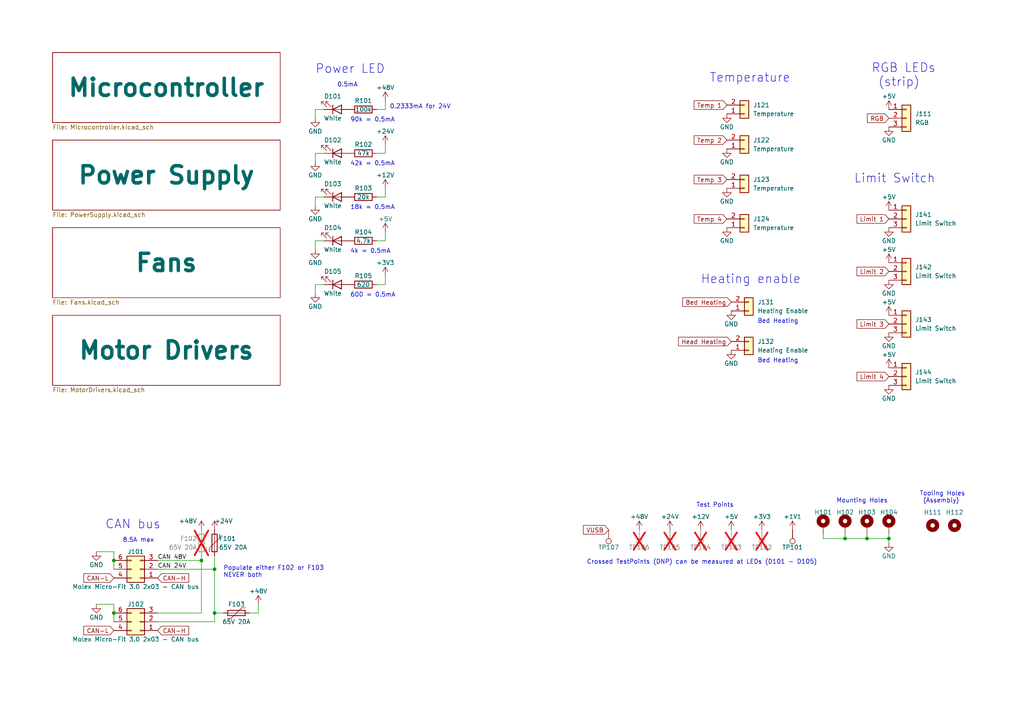
<source format=kicad_sch>
(kicad_sch (version 20230121) (generator eeschema)
  (paper "A4")
  (title_block (title "CAN 3D Printer (4 Motor)") (rev "1") (company "Abit Gray"))
  (lib_symbols
    (symbol "Connector:TestPoint" (pin_numbers hide) (pin_names (offset 0.762) hide)
      (property "Reference" "TP" (at 0 6.858 0))
      (property "Value" "TestPoint" (at 0 5.08 0))
      (symbol "TestPoint_0_1"
        (circle (center 0 3.302) (radius 0.762))
      )
      (symbol "TestPoint_1_1"
        (pin passive line (at 0 0 90) (length 2.54) (name "1") (number "1"))
      )
    )
    (symbol "Connector_Generic:Conn_01x02" (pin_names (offset 1.016) hide)
      (property "Reference" "J" (at 0 2.54 0))
      (property "Value" "Conn_01x02" (at 0 -5.08 0))
      (symbol "Conn_01x02_1_1"
        (rectangle (start -1.27 -2.413) (end 0 -2.667) (stroke (width 0.1524)))
        (rectangle (start -1.27 0.127) (end 0 -0.127) (stroke (width 0.1524)))
        (rectangle (start -1.27 1.27) (end 1.27 -3.81) (stroke (width 0.254)) (fill (type background)))
        (pin passive line (at -5.08 0 0) (length 3.81) (name "Pin_1") (number "1"))
        (pin passive line (at -5.08 -2.54 0) (length 3.81) (name "Pin_2") (number "2"))
      )
    )
    (symbol "Connector_Generic:Conn_01x03" (pin_names (offset 1.016) hide)
      (property "Reference" "J" (at 0 5.08 0))
      (property "Value" "Conn_01x03" (at 0 -5.08 0))
      (symbol "Conn_01x03_1_1"
        (rectangle (start -1.27 -2.413) (end 0 -2.667) (stroke (width 0.1524)))
        (rectangle (start -1.27 0.127) (end 0 -0.127) (stroke (width 0.1524)))
        (rectangle (start -1.27 2.667) (end 0 2.413) (stroke (width 0.1524)))
        (rectangle (start -1.27 3.81) (end 1.27 -3.81) (stroke (width 0.254)) (fill (type background)))
        (pin passive line (at -5.08 2.54 0) (length 3.81) (name "Pin_1") (number "1"))
        (pin passive line (at -5.08 0 0) (length 3.81) (name "Pin_2") (number "2"))
        (pin passive line (at -5.08 -2.54 0) (length 3.81) (name "Pin_3") (number "3"))
      )
    )
    (symbol "Connector_Generic:Conn_02x03_Top_Bottom" (pin_names (offset 1.016) hide)
      (property "Reference" "J" (at 1.27 5.08 0))
      (property "Value" "Conn_02x03_Top_Bottom" (at 1.27 -5.08 0))
      (symbol "Conn_02x03_Top_Bottom_1_1"
        (rectangle (start -1.27 -2.413) (end 0 -2.667) (stroke (width 0.1524)))
        (rectangle (start -1.27 0.127) (end 0 -0.127) (stroke (width 0.1524)))
        (rectangle (start -1.27 2.667) (end 0 2.413) (stroke (width 0.1524)))
        (rectangle (start -1.27 3.81) (end 3.81 -3.81) (stroke (width 0.254)) (fill (type background)))
        (rectangle (start 3.81 -2.413) (end 2.54 -2.667) (stroke (width 0.1524)))
        (rectangle (start 3.81 0.127) (end 2.54 -0.127) (stroke (width 0.1524)))
        (rectangle (start 3.81 2.667) (end 2.54 2.413) (stroke (width 0.1524)))
        (pin passive line (at -5.08 2.54 0) (length 3.81) (name "Pin_1") (number "1"))
        (pin passive line (at -5.08 0 0) (length 3.81) (name "Pin_2") (number "2"))
        (pin passive line (at -5.08 -2.54 0) (length 3.81) (name "Pin_3") (number "3"))
        (pin passive line (at 7.62 2.54 180) (length 3.81) (name "Pin_4") (number "4"))
        (pin passive line (at 7.62 0 180) (length 3.81) (name "Pin_5") (number "5"))
        (pin passive line (at 7.62 -2.54 180) (length 3.81) (name "Pin_6") (number "6"))
      )
    )
    (symbol "Device:LED" (pin_numbers hide) (pin_names (offset 1.016) hide)
      (property "Reference" "D" (at 0 2.54 0))
      (property "Value" "LED" (at 0 -2.54 0))
      (symbol "LED_0_1"
        (polyline (pts (xy -1.27 -1.27) (xy -1.27 1.27)) (stroke (width 0.254)))
        (polyline (pts (xy -1.27 0) (xy 1.27 0)))
        (polyline (pts (xy 1.27 -1.27) (xy 1.27 1.27) (xy -1.27 0) (xy 1.27 -1.27)) (stroke (width 0.254)))
        (polyline (pts (xy -3.048 -0.762) (xy -4.572 -2.286) (xy -3.81 -2.286) (xy -4.572 -2.286) (xy -4.572 -1.524)))
        (polyline (pts (xy -1.778 -0.762) (xy -3.302 -2.286) (xy -2.54 -2.286) (xy -3.302 -2.286) (xy -3.302 -1.524)))
      )
      (symbol "LED_1_1"
        (pin passive line (at -3.81 0 0) (length 2.54) (name "K") (number "1"))
        (pin passive line (at 3.81 0 180) (length 2.54) (name "A") (number "2"))
      )
    )
    (symbol "Device:Polyfuse" (pin_numbers hide) (pin_names (offset 0))
      (property "Reference" "F" (at -2.54 0 90))
      (property "Value" "Polyfuse" (at 2.54 0 90))
      (symbol "Polyfuse_0_1"
        (rectangle (start -0.762 2.54) (end 0.762 -2.54) (stroke (width 0.254)))
        (polyline (pts (xy 0 2.54) (xy 0 -2.54)))
        (polyline (pts (xy -1.524 2.54) (xy -1.524 1.524) (xy 1.524 -1.524) (xy 1.524 -2.54)))
      )
      (symbol "Polyfuse_1_1"
        (pin passive line (at 0 3.81 270) (length 1.27) (name "~") (number "1"))
        (pin passive line (at 0 -3.81 90) (length 1.27) (name "~") (number "2"))
      )
    )
    (symbol "Device:R" (pin_numbers hide) (pin_names (offset 0))
      (property "Reference" "R" (at 2.032 0 90))
      (property "Value" "R" (at 0 0 90))
      (symbol "R_0_1"
        (rectangle (start -1.016 -2.54) (end 1.016 2.54) (stroke (width 0.254)))
      )
      (symbol "R_1_1"
        (pin passive line (at 0 3.81 270) (length 1.27) (name "~") (number "1"))
        (pin passive line (at 0 -3.81 90) (length 1.27) (name "~") (number "2"))
      )
    )
    (symbol "Mechanical:MountingHole" (pin_names (offset 1.016))
      (property "Reference" "H" (at 0 5.08 0))
      (property "Value" "MountingHole" (at 0 3.175 0))
      (symbol "MountingHole_0_1"
        (circle (center 0 0) (radius 1.27) (stroke (width 1.27)))
      )
    )
    (symbol "Mechanical:MountingHole_Pad" (pin_numbers hide) (pin_names (offset 1.016) hide)
      (property "Reference" "H" (at 0 6.35 0))
      (property "Value" "MountingHole_Pad" (at 0 4.445 0))
      (symbol "MountingHole_Pad_0_1"
        (circle (center 0 1.27) (radius 1.27) (stroke (width 1.27)))
      )
      (symbol "MountingHole_Pad_1_1"
        (pin input line (at 0 -2.54 90) (length 2.54) (name "1") (number "1"))
      )
    )
    (symbol "power:+12V" (power) (pin_names (offset 0))
      (property "Value" "+12V" (at 0 3.556 0))
      (symbol "+12V_0_1"
        (polyline (pts (xy -0.762 1.27) (xy 0 2.54)))
        (polyline (pts (xy 0 0) (xy 0 2.54)))
        (polyline (pts (xy 0 2.54) (xy 0.762 1.27)))
      )
      (symbol "+12V_1_1"
        (pin power_in line (at 0 0 90) (length 0) hide (name "+12V") (number "1"))
      )
    )
    (symbol "power:+1V1" (power) (pin_names (offset 0))
      (property "Value" "+1V1" (at 0 3.556 0))
      (symbol "+1V1_0_1"
        (polyline (pts (xy -0.762 1.27) (xy 0 2.54)))
        (polyline (pts (xy 0 0) (xy 0 2.54)))
        (polyline (pts (xy 0 2.54) (xy 0.762 1.27)))
      )
      (symbol "+1V1_1_1"
        (pin power_in line (at 0 0 90) (length 0) hide (name "+1V1") (number "1"))
      )
    )
    (symbol "power:+24V" (power) (pin_names (offset 0))
      (property "Value" "+24V" (at 0 3.556 0))
      (symbol "+24V_0_1"
        (polyline (pts (xy -0.762 1.27) (xy 0 2.54)))
        (polyline (pts (xy 0 0) (xy 0 2.54)))
        (polyline (pts (xy 0 2.54) (xy 0.762 1.27)))
      )
      (symbol "+24V_1_1"
        (pin power_in line (at 0 0 90) (length 0) hide (name "+24V") (number "1"))
      )
    )
    (symbol "power:+3.3V" (power) (pin_numbers hide) (pin_names (offset 0) hide)
      (property "Value" "+3.3V" (at 0 3.556 0))
      (symbol "+3.3V_0_1"
        (polyline (pts (xy -0.762 1.27) (xy 0 2.54)))
        (polyline (pts (xy 0 0) (xy 0 2.54)))
        (polyline (pts (xy 0 2.54) (xy 0.762 1.27)))
      )
      (symbol "+3.3V_1_1"
        (pin power_in line (at 0 0 90) (length 0) hide (name "+3V3") (number "1"))
      )
    )
    (symbol "power:+3V3" (power) (pin_names (offset 0))
      (property "Value" "+3V3" (at 0 3.556 0))
      (symbol "+3V3_0_1"
        (polyline (pts (xy -0.762 1.27) (xy 0 2.54)))
        (polyline (pts (xy 0 0) (xy 0 2.54)))
        (polyline (pts (xy 0 2.54) (xy 0.762 1.27)))
      )
      (symbol "+3V3_1_1"
        (pin power_in line (at 0 0 90) (length 0) hide (name "+3V3") (number "1"))
      )
    )
    (symbol "power:+48V" (power) (pin_names (offset 0))
      (property "Value" "+48V" (at 0 3.556 0))
      (symbol "+48V_0_1"
        (polyline (pts (xy -0.762 1.27) (xy 0 2.54)))
        (polyline (pts (xy 0 0) (xy 0 2.54)))
        (polyline (pts (xy 0 2.54) (xy 0.762 1.27)))
      )
      (symbol "+48V_1_1"
        (pin power_in line (at 0 0 90) (length 0) hide (name "+48V") (number "1"))
      )
    )
    (symbol "power:+5V" (power) (pin_names (offset 0))
      (property "Value" "+5V" (at 0 3.556 0))
      (symbol "+5V_0_1"
        (polyline (pts (xy -0.762 1.27) (xy 0 2.54)))
        (polyline (pts (xy 0 0) (xy 0 2.54)))
        (polyline (pts (xy 0 2.54) (xy 0.762 1.27)))
      )
      (symbol "+5V_1_1"
        (pin power_in line (at 0 0 90) (length 0) hide (name "+5V") (number "1"))
      )
    )
    (symbol "power:GND" (power) (pin_numbers hide) (pin_names (offset 0) hide)
      (property "Value" "GND" (at 0 -3.81 0))
      (symbol "GND_0_1"
        (polyline (pts (xy 0 0) (xy 0 -1.27) (xy 1.27 -1.27) (xy 0 -2.54) (xy -1.27 -1.27) (xy 0 -1.27)))
      )
      (symbol "GND_1_1"
        (pin power_in line (at 0 0 270) (length 0) hide (name "GND") (number "1"))
      )
    )
  )
  (junction (at 62.23 165.1))
  (junction (at 33.02 162.56))
  (junction (at 33.02 177.8))
  (junction (at 245.11 156.21))
  (junction (at 58.42 162.56))
  (junction (at 257.81 156.21))
  (junction (at 62.23 177.8))
  (junction (at 251.46 156.21))
  (wire (pts (xy 91.44 31.75) (xy 91.44 34.29)))
  (wire (pts (xy 111.76 80.01) (xy 111.76 82.55)))
  (wire (pts (xy 93.98 57.15) (xy 91.44 57.15)))
  (wire (pts (xy 62.23 177.8) (xy 62.23 180.34)))
  (wire (pts (xy 93.98 69.85) (xy 91.44 69.85)))
  (wire (pts (xy 111.76 54.61) (xy 111.76 57.15)))
  (wire (pts (xy 245.11 156.21) (xy 251.46 156.21)))
  (wire (pts (xy 33.02 160.02) (xy 27.94 160.02)))
  (wire (pts (xy 33.02 177.8) (xy 33.02 180.34)))
  (wire (pts (xy 58.42 162.56) (xy 58.42 177.8)))
  (wire (pts (xy 33.02 175.26) (xy 27.94 175.26)))
  (wire (pts (xy 74.93 175.26) (xy 74.93 177.8)))
  (wire (pts (xy 111.76 44.45) (xy 109.22 44.45)))
  (wire (pts (xy 93.98 82.55) (xy 91.44 82.55)))
  (wire (pts (xy 33.02 162.56) (xy 33.02 165.1)))
  (wire (pts (xy 33.02 175.26) (xy 33.02 177.8)))
  (wire (pts (xy 91.44 82.55) (xy 91.44 85.09)))
  (wire (pts (xy 257.81 156.21) (xy 257.81 157.48)))
  (wire (pts (xy 257.81 154.94) (xy 257.81 156.21)))
  (wire (pts (xy 111.76 67.31) (xy 111.76 69.85)))
  (wire (pts (xy 251.46 154.94) (xy 251.46 156.21)))
  (wire (pts (xy 93.98 44.45) (xy 91.44 44.45)))
  (wire (pts (xy 238.76 154.94) (xy 238.76 156.21)))
  (wire (pts (xy 111.76 29.21) (xy 111.76 31.75)))
  (wire (pts (xy 45.72 165.1) (xy 62.23 165.1)))
  (wire (pts (xy 74.93 177.8) (xy 72.39 177.8)))
  (wire (pts (xy 33.02 160.02) (xy 33.02 162.56)))
  (wire (pts (xy 245.11 154.94) (xy 245.11 156.21)))
  (wire (pts (xy 62.23 177.8) (xy 64.77 177.8)))
  (wire (pts (xy 111.76 82.55) (xy 109.22 82.55)))
  (wire (pts (xy 111.76 41.91) (xy 111.76 44.45)))
  (wire (pts (xy 91.44 57.15) (xy 91.44 59.69)))
  (wire (pts (xy 238.76 156.21) (xy 245.11 156.21)))
  (wire (pts (xy 93.98 31.75) (xy 91.44 31.75)))
  (wire (pts (xy 62.23 161.29) (xy 62.23 165.1)))
  (wire (pts (xy 251.46 156.21) (xy 257.81 156.21)))
  (wire (pts (xy 58.42 161.29) (xy 58.42 162.56)))
  (wire (pts (xy 45.72 180.34) (xy 62.23 180.34)))
  (wire (pts (xy 45.72 177.8) (xy 58.42 177.8)))
  (wire (pts (xy 45.72 162.56) (xy 58.42 162.56)))
  (wire (pts (xy 91.44 44.45) (xy 91.44 46.99)))
  (wire (pts (xy 111.76 57.15) (xy 109.22 57.15)))
  (wire (pts (xy 111.76 31.75) (xy 109.22 31.75)))
  (wire (pts (xy 111.76 69.85) (xy 109.22 69.85)))
  (wire (pts (xy 91.44 69.85) (xy 91.44 72.39)))
  (wire (pts (xy 62.23 165.1) (xy 62.23 177.8)))
  (text "42k = 0.5mA" (at 101.6 48.26 0) (effects (font (size 1.27 1.27)) (justify left bottom)))
  (text "Bed Heating" (at 219.71 105.41 0) (effects (font (size 1.27 1.27)) (justify left bottom)))
  (text "Power LED" (at 91.44 21.59 0) (effects (font (size 2.54 2.54)) (justify left bottom)))
  (text "90k = 0.5mA" (at 101.6 35.56 0) (effects (font (size 1.27 1.27)) (justify left bottom)))
  (text "600 = 0.5mA" (at 101.6 86.36 0) (effects (font (size 1.27 1.27)) (justify left bottom)))
  (text "Crossed TestPoints (DNP) can be measured at LEDs (D101 - D105)" (at 170.18 163.83 0) (effects (font (size 1.27 1.27)) (justify left bottom)))
  (text "Temperature" (at 205.74 24.13 0) (effects (font (size 2.54 2.54)) (justify left bottom)))
  (text "Bed Heating" (at 219.71 93.98 0) (effects (font (size 1.27 1.27)) (justify left bottom)))
  (text "CAN bus" (at 30.48 153.67 0) (effects (font (size 2.54 2.54)) (justify left bottom)))
  (text "Tooling Holes\n (Assembly)" (at 266.7 146.05 0) (effects (font (size 1.27 1.27)) (justify left bottom)))
  (text "0.5mA" (at 97.79 25.4 0) (effects (font (size 1.27 1.27)) (justify left bottom)))
  (text "Test Points" (at 201.93 147.32 0) (effects (font (size 1.27 1.27)) (justify left bottom)))
  (text "Mounting Holes" (at 242.57 146.05 0) (effects (font (size 1.27 1.27)) (justify left bottom)))
  (text "Heating enable" (at 203.2 82.55 0) (effects (font (size 2.54 2.54)) (justify left bottom)))
  (text "18k = 0.5mA" (at 101.6 60.96 0) (effects (font (size 1.27 1.27)) (justify left bottom)))
  (text "RGB LEDs\n (strip)" (at 252.73 25.4 0) (effects (font (size 2.54 2.54)) (justify left bottom)))
  (text "0.2333mA for 24V" (at 113.03 31.75 0) (effects (font (size 1.27 1.27)) (justify left bottom)))
  (text "4k = 0.5mA" (at 101.6 73.66 0) (effects (font (size 1.27 1.27)) (justify left bottom)))
  (text "Populate either F102 or F103\nNEVER both" (at 64.77 167.64 0) (effects (font (size 1.27 1.27)) (justify left bottom)))
  (text "Limit Switch" (at 247.65 53.34 0) (effects (font (size 2.54 2.54)) (justify left bottom)))
  (text "8.5A max" (at 35.56 157.48 0) (effects (font (size 1.27 1.27)) (justify left bottom)))
  (label "CAN 48V" (at 45.72 162.56 0))
  (label "CAN 24V" (at 45.72 165.1 0))
  (global_label "Temp 4" (shape input) (at 210.82 63.5 180) (property "Intersheetrefs" "${INTERSHEET_REFS}" (effects hide)))
  (global_label "Temp 3" (shape input) (at 210.82 52.07 180) (property "Intersheetrefs" "${INTERSHEET_REFS}" (effects hide)))
  (global_label "Limit 2" (shape input) (at 257.81 78.74 180) (property "Intersheetrefs" "${INTERSHEET_REFS}" (effects hide)))
  (global_label "Bed Heating" (shape input) (at 212.09 87.63 180) (property "Intersheetrefs" "${INTERSHEET_REFS}" (effects hide)))
  (global_label "VUSB" (shape input) (at 176.53 153.67 180) (property "Intersheetrefs" "${INTERSHEET_REFS}" (effects hide)))
  (global_label "CAN-L" (shape input) (at 33.02 182.88 180) (property "Intersheetrefs" "${INTERSHEET_REFS}" (effects hide)))
  (global_label "CAN-L" (shape input) (at 33.02 167.64 180) (property "Intersheetrefs" "${INTERSHEET_REFS}" (effects hide)))
  (global_label "Temp 1" (shape input) (at 210.82 30.48 180) (property "Intersheetrefs" "${INTERSHEET_REFS}" (effects hide)))
  (global_label "Limit 3" (shape input) (at 257.81 93.98 180) (property "Intersheetrefs" "${INTERSHEET_REFS}" (effects hide)))
  (global_label "CAN-H" (shape input) (at 45.72 182.88 0) (property "Intersheetrefs" "${INTERSHEET_REFS}" (effects hide)))
  (global_label "Limit 1" (shape input) (at 257.81 63.5 180) (property "Intersheetrefs" "${INTERSHEET_REFS}" (effects hide)))
  (global_label "Head Heating" (shape input) (at 212.09 99.06 180) (property "Intersheetrefs" "${INTERSHEET_REFS}" (effects hide)))
  (global_label "RGB" (shape input) (at 257.81 34.29 180) (property "Intersheetrefs" "${INTERSHEET_REFS}" (effects hide)))
  (global_label "Limit 4" (shape input) (at 257.81 109.22 180) (property "Intersheetrefs" "${INTERSHEET_REFS}" (effects hide)))
  (global_label "CAN-H" (shape input) (at 45.72 167.64 0) (property "Intersheetrefs" "${INTERSHEET_REFS}" (effects hide)))
  (global_label "Temp 2" (shape input) (at 210.82 40.64 180) (property "Intersheetrefs" "${INTERSHEET_REFS}" (effects hide)))
  (symbol (lib_id "power:GND") (at 257.81 111.76 0) (unit 1)
    (property "Reference" "#PWR0133" (effects hide))
    (property "Value" "GND" (at 257.81 115.57 0))
  )
  (symbol (lib_id "power:GND") (at 27.94 160.02 0) (unit 1)
    (property "Reference" "#PWR0101" (effects hide))
    (property "Value" "GND" (at 27.94 163.83 0))
  )
  (symbol (lib_id "Connector:TestPoint") (at 229.87 153.67 180) (unit 1) (in_bom no)
    (property "Reference" "TP101" (at 229.87 158.75 0))
    (property "Value" "TestPoint" (effects hide))
    (property "Footprint" "TestPoint:TestPoint_Pad_D1.0mm" (effects hide))
    (property "LCSC" "-" (effects hide))
    (property "Mouser" "-" (effects hide))
  )
  (symbol (lib_id "power:+24V") (at 111.76 41.91 0) (unit 1)
    (property "Reference" "#PWR0114" (effects hide))
    (property "Value" "+24V" (at 111.76 38.1 0))
  )
  (symbol (lib_id "power:+12V") (at 203.2 153.67 0) (unit 1)
    (property "Reference" "#PWR0119" (effects hide))
    (property "Value" "+12V" (at 203.2 149.86 0))
  )
  (symbol (lib_id "power:GND") (at 212.09 101.6 0) (unit 1)
    (property "Reference" "#PWR0134" (effects hide))
    (property "Value" "GND" (at 212.09 105.41 0))
  )
  (symbol (lib_id "power:GND") (at 212.09 90.17 0) (unit 1)
    (property "Reference" "#PWR0139" (effects hide))
    (property "Value" "GND" (at 212.09 93.98 0))
  )
  (symbol (lib_id "Connector_Generic:Conn_01x03") (at 262.89 34.29 0) (unit 1)
    (property "Reference" "J111" (at 265.43 33.02 0) (effects (justify left)))
    (property "Value" "RGB" (at 265.43 35.56 0) (effects (justify left)))
    (property "Footprint" "Connector_JST:JST_XH_B3B-XH-A_1x03_P2.50mm_Vertical" (effects hide))
    (property "LCSC" "C144394" (effects hide))
  )
  (symbol (lib_id "Connector_Generic:Conn_02x03_Top_Bottom") (at 40.64 180.34 180) (unit 1)
    (property "Reference" "J102" (at 39.37 175.26 0))
    (property "Value" "Molex Micro-Fit 3.0 2x03 - CAN bus" (at 39.37 185.42 0))
    (property "Footprint" "Connector_Molex:Molex_Micro-Fit_3.0_43045-0612_2x03_P3.00mm_Vertical" (effects hide))
    (property "Datasheet" "https://www.molex.com/en-us/products/connectors/wire-to-board-connectors/micro-fit-connectors" (effects hide))
    (property "LCSC" "C234188" (effects hide))
    (property "Mouser" "538-43045-0612" (effects hide))
  )
  (symbol (lib_id "power:GND") (at 27.94 175.26 0) (unit 1)
    (property "Reference" "#PWR0106" (effects hide))
    (property "Value" "GND" (at 27.94 179.07 0))
  )
  (symbol (lib_id "Device:LED") (at 97.79 44.45 0) (mirror x) (unit 1)
    (property "Reference" "D102" (at 96.52 40.64 0))
    (property "Value" "White" (at 96.52 46.99 0))
    (property "Footprint" "LED_SMD:LED_0402_1005Metric" (effects hide))
    (property "Mouser" "720-LWQH8G-Q2S2-3K5L" (effects hide))
    (property "LCSC" "C434448" (effects hide))
  )
  (symbol (lib_id "Connector_Generic:Conn_01x03") (at 262.89 93.98 0) (unit 1)
    (property "Reference" "J143" (at 265.43 92.71 0) (effects (justify left)))
    (property "Value" "Limit Switch" (at 265.43 95.25 0) (effects (justify left)))
    (property "Footprint" "Connector_JST:JST_XH_B3B-XH-A_1x03_P2.50mm_Vertical" (effects hide))
    (property "LCSC" "C144394" (effects hide))
  )
  (symbol (lib_id "power:GND") (at 210.82 54.61 0) (unit 1)
    (property "Reference" "#PWR0125" (effects hide))
    (property "Value" "GND" (at 210.82 58.42 0))
  )
  (symbol (lib_id "power:+5V") (at 257.81 106.68 0) (unit 1)
    (property "Reference" "#PWR0132" (effects hide))
    (property "Value" "+5V" (at 257.81 102.87 0))
  )
  (symbol (lib_id "power:GND") (at 210.82 33.02 0) (unit 1)
    (property "Reference" "#PWR0123" (effects hide))
    (property "Value" "GND" (at 210.82 36.83 0))
  )
  (symbol (lib_id "power:GND") (at 257.81 66.04 0) (unit 1)
    (property "Reference" "#PWR0127" (effects hide))
    (property "Value" "GND" (at 257.81 69.85 0))
  )
  (symbol (lib_id "power:GND") (at 91.44 46.99 0) (unit 1)
    (property "Reference" "#PWR0110" (effects hide))
    (property "Value" "GND" (at 91.44 50.8 0))
  )
  (symbol (lib_id "Connector:TestPoint") (at 212.09 153.67 180) (unit 1) (in_bom no) (on_board no) (dnp yes)
    (property "Reference" "TP103" (at 212.09 158.75 0))
    (property "Value" "TestPoint" (effects hide))
    (property "Footprint" "TestPoint:TestPoint_Pad_D1.0mm" (effects hide))
    (property "LCSC" "-" (effects hide))
    (property "Mouser" "-" (effects hide))
  )
  (symbol (lib_id "power:+5V") (at 257.81 31.75 0) (unit 1)
    (property "Reference" "#PWR0121" (effects hide))
    (property "Value" "+5V" (at 257.81 27.94 0))
  )
  (symbol (lib_id "power:+5V") (at 111.76 67.31 0) (unit 1)
    (property "Reference" "#PWR0115" (effects hide))
    (property "Value" "+5V" (at 111.76 63.5 0))
  )
  (symbol (lib_id "Device:LED") (at 97.79 57.15 0) (mirror x) (unit 1)
    (property "Reference" "D103" (at 96.52 53.34 0))
    (property "Value" "White" (at 96.52 59.69 0))
    (property "Footprint" "LED_SMD:LED_0402_1005Metric" (effects hide))
    (property "Mouser" "720-LWQH8G-Q2S2-3K5L" (effects hide))
    (property "LCSC" "C434448" (effects hide))
  )
  (symbol (lib_id "power:+24V") (at 62.23 153.67 0) (unit 1)
    (property "Reference" "#PWR0108" (effects hide))
    (property "Value" "+24V" (at 62.23 151.13 0) (effects (justify left)))
  )
  (symbol (lib_id "power:GND") (at 257.81 81.28 0) (unit 1)
    (property "Reference" "#PWR0129" (effects hide))
    (property "Value" "GND" (at 257.81 85.09 0))
  )
  (symbol (lib_id "Device:LED") (at 97.79 31.75 0) (mirror x) (unit 1)
    (property "Reference" "D101" (at 96.52 27.94 0))
    (property "Value" "White" (at 96.52 34.29 0))
    (property "Footprint" "LED_SMD:LED_0402_1005Metric" (effects hide))
    (property "Mouser" "720-LWQH8G-Q2S2-3K5L" (effects hide))
    (property "LCSC" "C434448" (effects hide))
  )
  (symbol (lib_id "Connector_Generic:Conn_01x02") (at 215.9 43.18 0) (mirror x) (unit 1)
    (property "Reference" "J122" (at 218.44 40.64 0) (effects (justify left)))
    (property "Value" "Temperature" (at 218.44 43.18 0) (effects (justify left)))
    (property "Footprint" "Connector_JST:JST_XH_B2B-XH-A_1x02_P2.50mm_Vertical" (effects hide))
    (property "LCSC" "C265283" (effects hide))
  )
  (symbol (lib_id "Mechanical:MountingHole_Pad") (at 238.76 152.4 0) (unit 1) (in_bom no)
    (property "Reference" "H101" (at 238.76 148.59 0))
    (property "Value" "MountingHole_Pad" (effects hide))
    (property "Footprint" "MountingHole:MountingHole_2.2mm_M2_ISO7380_Pad" (effects hide))
    (property "LCSC" "-" (effects hide))
    (property "Mouser" "-" (effects hide))
  )
  (symbol (lib_id "Connector_Generic:Conn_01x03") (at 262.89 109.22 0) (unit 1)
    (property "Reference" "J144" (at 265.43 107.95 0) (effects (justify left)))
    (property "Value" "Limit Switch" (at 265.43 110.49 0) (effects (justify left)))
    (property "Footprint" "Connector_JST:JST_XH_B3B-XH-A_1x03_P2.50mm_Vertical" (effects hide))
    (property "LCSC" "C144394" (effects hide))
  )
  (symbol (lib_id "Device:LED") (at 97.79 82.55 0) (mirror x) (unit 1)
    (property "Reference" "D105" (at 96.52 78.74 0))
    (property "Value" "White" (at 96.52 85.09 0))
    (property "Footprint" "LED_SMD:LED_0402_1005Metric" (effects hide))
    (property "Mouser" "720-LWQH8G-Q2S2-3K5L" (effects hide))
    (property "LCSC" "C434448" (effects hide))
  )
  (symbol (lib_id "power:+1V1") (at 229.87 153.67 0) (unit 1)
    (property "Reference" "#PWR0102" (effects hide))
    (property "Value" "+1V1" (at 229.87 149.86 0))
  )
  (symbol (lib_id "Device:R") (at 105.41 82.55 90) (unit 1)
    (property "Reference" "R105" (at 105.41 80.01 90))
    (property "Value" "620" (at 105.41 82.55 90))
    (property "Footprint" "Resistor_SMD:R_0603_1608Metric" (effects hide))
    (property "LCSC" "C23220" (effects hide))
  )
  (symbol (lib_id "power:GND") (at 210.82 43.18 0) (unit 1)
    (property "Reference" "#PWR0124" (effects hide))
    (property "Value" "GND" (at 210.82 46.99 0))
  )
  (symbol (lib_id "Device:R") (at 105.41 44.45 90) (unit 1)
    (property "Reference" "R102" (at 105.41 41.91 90))
    (property "Value" "47k" (at 105.41 44.45 90))
    (property "Footprint" "Resistor_SMD:R_0603_1608Metric" (effects hide))
    (property "LCSC" "C25819" (effects hide))
    (property "Mouser" "660-RK73H1JTTD4702F" (effects hide))
  )
  (symbol (lib_id "power:GND") (at 91.44 72.39 0) (unit 1)
    (property "Reference" "#PWR0112" (effects hide))
    (property "Value" "GND" (at 91.44 76.2 0))
  )
  (symbol (lib_id "Connector_Generic:Conn_01x03") (at 262.89 78.74 0) (unit 1)
    (property "Reference" "J142" (at 265.43 77.47 0) (effects (justify left)))
    (property "Value" "Limit Switch" (at 265.43 80.01 0) (effects (justify left)))
    (property "Footprint" "Connector_JST:JST_XH_B3B-XH-A_1x03_P2.50mm_Vertical" (effects hide))
    (property "LCSC" "C144394" (effects hide))
  )
  (symbol (lib_id "Device:R") (at 105.41 31.75 90) (unit 1)
    (property "Reference" "R101" (at 105.41 29.21 90))
    (property "Value" "100k" (at 105.41 31.75 90))
    (property "Footprint" "Resistor_SMD:R_0603_1608Metric" (effects hide))
    (property "LCSC" "C25803" (effects hide))
    (property "Mouser" "667-ERJ-3EKF1003V" (effects hide))
  )
  (symbol (lib_id "Device:Polyfuse") (at 68.58 177.8 90) (unit 1)
    (property "Reference" "F103" (at 68.58 175.26 90))
    (property "Value" "65V 20A" (at 68.58 180.34 90))
    (property "Footprint" "Custom:Fuse_2410_6125Metric" (effects hide))
    (property "Datasheet" "https://datasheet.lcsc.com/lcsc/1811011110_AEM-AF2-20-0V065TM_C83077.pdf" (effects hide))
    (property "LCSC" "C83077" (effects hide))
    (property "Mouser" "652-SF-2410FA2000W-2" (effects hide))
  )
  (symbol (lib_id "Mechanical:MountingHole") (at 270.51 152.4 0) (unit 1) (in_bom no)
    (property "Reference" "H111" (at 270.51 148.59 0))
    (property "Value" "MountingHole_Pad" (effects hide))
    (property "Footprint" "Custom:Tooling Hole (JLCPCB)" (effects hide))
    (property "LCSC" "-" (effects hide))
    (property "Mouser" "-" (effects hide))
  )
  (symbol (lib_id "power:+5V") (at 212.09 153.67 0) (unit 1)
    (property "Reference" "#PWR0117" (effects hide))
    (property "Value" "+5V" (at 212.09 149.86 0))
  )
  (symbol (lib_id "power:GND") (at 257.81 96.52 0) (unit 1)
    (property "Reference" "#PWR0131" (effects hide))
    (property "Value" "GND" (at 257.81 100.33 0))
  )
  (symbol (lib_id "Device:Polyfuse") (at 62.23 157.48 0) (mirror x) (unit 1)
    (property "Reference" "F101" (at 63.5 156.21 0) (effects (justify left)))
    (property "Value" "65V 20A" (at 63.5 158.75 0) (effects (justify left)))
    (property "Footprint" "Custom:Fuse_2410_6125Metric" (effects hide))
    (property "Datasheet" "https://datasheet.lcsc.com/lcsc/1811011110_AEM-AF2-20-0V065TM_C83077.pdf" (effects hide))
    (property "LCSC" "C83077" (effects hide))
    (property "Mouser" "652-SF-2410FA2000W-2" (effects hide))
  )
  (symbol (lib_id "Connector_Generic:Conn_01x02") (at 215.9 66.04 0) (mirror x) (unit 1)
    (property "Reference" "J124" (at 218.44 63.5 0) (effects (justify left)))
    (property "Value" "Temperature" (at 218.44 66.04 0) (effects (justify left)))
    (property "Footprint" "Connector_JST:JST_XH_B2B-XH-A_1x02_P2.50mm_Vertical" (effects hide))
    (property "LCSC" "C265283" (effects hide))
  )
  (symbol (lib_id "power:+3V3") (at 220.98 153.67 0) (unit 1)
    (property "Reference" "#PWR0103" (effects hide))
    (property "Value" "+3V3" (at 220.98 149.86 0))
  )
  (symbol (lib_id "power:GND") (at 210.82 66.04 0) (unit 1)
    (property "Reference" "#PWR0141" (effects hide))
    (property "Value" "GND" (at 210.82 69.85 0))
  )
  (symbol (lib_id "Connector_Generic:Conn_01x02") (at 217.17 101.6 0) (mirror x) (unit 1)
    (property "Reference" "J132" (at 219.71 99.06 0) (effects (justify left)))
    (property "Value" "Heating Enable" (at 219.71 101.6 0) (effects (justify left)))
    (property "Footprint" "Connector_JST:JST_XH_B2B-XH-A_1x02_P2.50mm_Vertical" (effects hide))
    (property "LCSC" "C265283" (effects hide))
  )
  (symbol (lib_id "power:+48V") (at 74.93 175.26 0) (unit 1)
    (property "Reference" "#PWR0104" (effects hide))
    (property "Value" "+48V" (at 74.93 171.45 0))
  )
  (symbol (lib_id "Connector_Generic:Conn_02x03_Top_Bottom") (at 40.64 165.1 180) (unit 1)
    (property "Reference" "J101" (at 39.37 160.02 0))
    (property "Value" "Molex Micro-Fit 3.0 2x03 - CAN bus" (at 39.37 170.18 0))
    (property "Footprint" "Connector_Molex:Molex_Micro-Fit_3.0_43045-0612_2x03_P3.00mm_Vertical" (effects hide))
    (property "Datasheet" "https://www.molex.com/en-us/products/connectors/wire-to-board-connectors/micro-fit-connectors" (effects hide))
    (property "LCSC" "C234188" (effects hide))
    (property "Mouser" "538-43045-0612" (effects hide))
  )
  (symbol (lib_id "power:GND") (at 91.44 34.29 0) (unit 1)
    (property "Reference" "#PWR0109" (effects hide))
    (property "Value" "GND" (at 91.44 38.1 0))
  )
  (symbol (lib_id "power:+24V") (at 194.31 153.67 0) (unit 1)
    (property "Reference" "#PWR0118" (effects hide))
    (property "Value" "+24V" (at 194.31 149.86 0))
  )
  (symbol (lib_id "Connector:TestPoint") (at 185.42 153.67 180) (unit 1) (in_bom no) (on_board no) (dnp yes)
    (property "Reference" "TP106" (at 185.42 158.75 0))
    (property "Value" "TestPoint" (effects hide))
    (property "Footprint" "TestPoint:TestPoint_Pad_D1.0mm" (effects hide))
    (property "LCSC" "-" (effects hide))
    (property "Mouser" "-" (effects hide))
  )
  (symbol (lib_id "power:+48V") (at 111.76 29.21 0) (unit 1)
    (property "Reference" "#PWR0113" (effects hide))
    (property "Value" "+48V" (at 111.76 25.4 0))
  )
  (symbol (lib_id "Connector_Generic:Conn_01x02") (at 217.17 90.17 0) (mirror x) (unit 1)
    (property "Reference" "J131" (at 219.71 87.63 0) (effects (justify left)))
    (property "Value" "Heating Enable" (at 219.71 90.17 0) (effects (justify left)))
    (property "Footprint" "Connector_JST:JST_XH_B2B-XH-A_1x02_P2.50mm_Vertical" (effects hide))
    (property "LCSC" "C265283" (effects hide))
  )
  (symbol (lib_id "Connector:TestPoint") (at 203.2 153.67 180) (unit 1) (in_bom no) (on_board no) (dnp yes)
    (property "Reference" "TP104" (at 203.2 158.75 0))
    (property "Value" "TestPoint" (effects hide))
    (property "Footprint" "TestPoint:TestPoint_Pad_D1.0mm" (effects hide))
    (property "LCSC" "-" (effects hide))
    (property "Mouser" "-" (effects hide))
  )
  (symbol (lib_id "power:+5V") (at 257.81 76.2 0) (unit 1)
    (property "Reference" "#PWR0128" (effects hide))
    (property "Value" "+5V" (at 257.81 72.39 0))
  )
  (symbol (lib_id "Mechanical:MountingHole_Pad") (at 245.11 152.4 0) (unit 1) (in_bom no)
    (property "Reference" "H102" (at 245.11 148.59 0))
    (property "Value" "MountingHole_Pad" (effects hide))
    (property "Footprint" "MountingHole:MountingHole_2.2mm_M2_ISO7380_Pad" (effects hide))
    (property "LCSC" "-" (effects hide))
    (property "Mouser" "-" (effects hide))
  )
  (symbol (lib_id "power:GND") (at 257.81 157.48 0) (unit 1)
    (property "Reference" "#PWR0135" (effects hide))
    (property "Value" "GND" (at 257.81 161.29 0))
  )
  (symbol (lib_id "Connector_Generic:Conn_01x02") (at 215.9 54.61 0) (mirror x) (unit 1)
    (property "Reference" "J123" (at 218.44 52.07 0) (effects (justify left)))
    (property "Value" "Temperature" (at 218.44 54.61 0) (effects (justify left)))
    (property "Footprint" "Connector_JST:JST_XH_B2B-XH-A_1x02_P2.50mm_Vertical" (effects hide))
    (property "LCSC" "C265283" (effects hide))
  )
  (symbol (lib_id "Device:R") (at 105.41 57.15 90) (unit 1)
    (property "Reference" "R103" (at 105.41 54.61 90))
    (property "Value" "20k" (at 105.41 57.15 90))
    (property "Footprint" "Resistor_SMD:R_0603_1608Metric" (effects hide))
    (property "LCSC" "C4184" (effects hide))
  )
  (symbol (lib_id "power:GND") (at 91.44 85.09 0) (unit 1)
    (property "Reference" "#PWR0138" (effects hide))
    (property "Value" "GND" (at 91.44 88.9 0))
  )
  (symbol (lib_id "power:GND") (at 91.44 59.69 0) (unit 1)
    (property "Reference" "#PWR0111" (effects hide))
    (property "Value" "GND" (at 91.44 63.5 0))
  )
  (symbol (lib_id "Mechanical:MountingHole_Pad") (at 257.81 152.4 0) (unit 1) (in_bom no)
    (property "Reference" "H104" (at 257.81 148.59 0))
    (property "Value" "MountingHole_Pad" (effects hide))
    (property "Footprint" "MountingHole:MountingHole_2.2mm_M2_ISO7380_Pad" (effects hide))
    (property "LCSC" "-" (effects hide))
    (property "Mouser" "-" (effects hide))
  )
  (symbol (lib_id "Mechanical:MountingHole") (at 276.86 152.4 0) (unit 1) (in_bom no)
    (property "Reference" "H112" (at 276.86 148.59 0))
    (property "Value" "MountingHole_Pad" (effects hide))
    (property "Footprint" "Custom:Tooling Hole (JLCPCB)" (effects hide))
    (property "LCSC" "-" (effects hide))
    (property "Mouser" "-" (effects hide))
  )
  (symbol (lib_id "Connector_Generic:Conn_01x02") (at 215.9 33.02 0) (mirror x) (unit 1)
    (property "Reference" "J121" (at 218.44 30.48 0) (effects (justify left)))
    (property "Value" "Temperature" (at 218.44 33.02 0) (effects (justify left)))
    (property "Footprint" "Connector_JST:JST_XH_B2B-XH-A_1x02_P2.50mm_Vertical" (effects hide))
    (property "LCSC" "C265283" (effects hide))
  )
  (symbol (lib_id "Mechanical:MountingHole_Pad") (at 251.46 152.4 0) (unit 1) (in_bom no)
    (property "Reference" "H103" (at 251.46 148.59 0))
    (property "Value" "MountingHole_Pad" (effects hide))
    (property "Footprint" "MountingHole:MountingHole_2.2mm_M2_ISO7380_Pad" (effects hide))
    (property "LCSC" "-" (effects hide))
    (property "Mouser" "-" (effects hide))
  )
  (symbol (lib_id "Connector:TestPoint") (at 194.31 153.67 180) (unit 1) (in_bom no) (on_board no) (dnp yes)
    (property "Reference" "TP105" (at 194.31 158.75 0))
    (property "Value" "TestPoint" (effects hide))
    (property "Footprint" "TestPoint:TestPoint_Pad_D1.0mm" (effects hide))
    (property "LCSC" "-" (effects hide))
    (property "Mouser" "-" (effects hide))
  )
  (symbol (lib_id "Device:LED") (at 97.79 69.85 0) (mirror x) (unit 1)
    (property "Reference" "D104" (at 96.52 66.04 0))
    (property "Value" "White" (at 96.52 72.39 0))
    (property "Footprint" "LED_SMD:LED_0402_1005Metric" (effects hide))
    (property "Mouser" "720-LWQH8G-Q2S2-3K5L" (effects hide))
    (property "LCSC" "C434448" (effects hide))
  )
  (symbol (lib_id "power:+5V") (at 257.81 91.44 0) (unit 1)
    (property "Reference" "#PWR0130" (effects hide))
    (property "Value" "+5V" (at 257.81 87.63 0))
  )
  (symbol (lib_id "Device:R") (at 105.41 69.85 90) (unit 1)
    (property "Reference" "R104" (at 105.41 67.31 90))
    (property "Value" "4.7k" (at 105.41 69.85 90))
    (property "Footprint" "Resistor_SMD:R_0603_1608Metric" (effects hide))
    (property "LCSC" "C23162" (effects hide))
  )
  (symbol (lib_id "power:GND") (at 257.81 36.83 0) (unit 1)
    (property "Reference" "#PWR0122" (effects hide))
    (property "Value" "GND" (at 257.81 40.64 0))
  )
  (symbol (lib_id "power:+12V") (at 111.76 54.61 0) (unit 1)
    (property "Reference" "#PWR0116" (effects hide))
    (property "Value" "+12V" (at 111.76 50.8 0))
  )
  (symbol (lib_id "power:+3.3V") (at 111.76 80.01 0) (unit 1)
    (property "Reference" "#PWR0140" (effects hide))
    (property "Value" "+3.3V" (at 111.76 76.2 0))
  )
  (symbol (lib_id "Device:Polyfuse") (at 58.42 157.48 180) (unit 1) (in_bom no) (dnp yes)
    (property "Reference" "F102" (at 57.15 156.21 0) (effects (justify left)))
    (property "Value" "65V 20A" (at 57.15 158.75 0) (effects (justify left)))
    (property "Footprint" "Custom:Fuse_2410_6125Metric" (effects hide))
    (property "Datasheet" "https://datasheet.lcsc.com/lcsc/1811011110_AEM-AF2-20-0V065TM_C83077.pdf" (effects hide))
    (property "LCSC" "C83077" (effects hide))
    (property "Mouser" "652-SF-2410FA2000W-2" (effects hide))
  )
  (symbol (lib_id "Connector_Generic:Conn_01x03") (at 262.89 63.5 0) (unit 1)
    (property "Reference" "J141" (at 265.43 62.23 0) (effects (justify left)))
    (property "Value" "Limit Switch" (at 265.43 64.77 0) (effects (justify left)))
    (property "Footprint" "Connector_JST:JST_XH_B3B-XH-A_1x03_P2.50mm_Vertical" (effects hide))
    (property "LCSC" "C144394" (effects hide))
  )
  (symbol (lib_id "power:+48V") (at 58.42 153.67 0) (unit 1)
    (property "Reference" "#PWR0107" (effects hide))
    (property "Value" "+48V" (at 57.15 151.13 0) (effects (justify right)))
  )
  (symbol (lib_id "Connector:TestPoint") (at 176.53 153.67 180) (unit 1) (in_bom no)
    (property "Reference" "TP107" (at 176.53 158.75 0))
    (property "Value" "TestPoint" (effects hide))
    (property "Footprint" "TestPoint:TestPoint_Pad_D1.0mm" (effects hide))
    (property "LCSC" "-" (effects hide))
    (property "Mouser" "-" (effects hide))
  )
  (symbol (lib_id "power:+48V") (at 185.42 153.67 0) (unit 1)
    (property "Reference" "#PWR0120" (effects hide))
    (property "Value" "+48V" (at 185.42 149.86 0))
  )
  (symbol (lib_id "Connector:TestPoint") (at 220.98 153.67 180) (unit 1) (in_bom no) (on_board no) (dnp yes)
    (property "Reference" "TP102" (at 220.98 158.75 0))
    (property "Value" "TestPoint" (effects hide))
    (property "Footprint" "TestPoint:TestPoint_Pad_D1.0mm" (effects hide))
    (property "LCSC" "-" (effects hide))
    (property "Mouser" "-" (effects hide))
  )
  (symbol (lib_id "power:+5V") (at 257.81 60.96 0) (unit 1)
    (property "Reference" "#PWR0126" (effects hide))
    (property "Value" "+5V" (at 257.81 57.15 0))
  )
  (sheet (at 15.24 91.44) (size 66.04 20.32) (stroke (width 0.1524))
    (property "Sheetname" "Motor Drivers" (at 48.26 101.6 0) (effects (font (size 5 5) bold)))
    (property "Sheetfile" "MotorDrivers.kicad_sch" (at 15.24 112.3446 0) (effects (justify left top)))
  )
  (sheet (at 15.24 40.64) (size 66.04 20.32) (stroke (width 0.1524))
    (property "Sheetname" "Power Supply" (at 48.26 50.8 0) (effects (font (size 5 5) bold)))
    (property "Sheetfile" "PowerSupply.kicad_sch" (at 15.24 61.5446 0) (effects (justify left top)))
  )
  (sheet (at 15.24 66.04) (size 66.04 20.32) (stroke (width 0.1524))
    (property "Sheetname" "Fans" (at 48.26 76.2 0) (effects (font (size 5 5) bold)))
    (property "Sheetfile" "Fans.kicad_sch" (at 15.24 86.9446 0) (effects (justify left top)))
  )
  (sheet (at 15.24 15.24) (size 66.04 20.32) (stroke (width 0.1524))
    (property "Sheetname" "Microcontroller" (at 48.26 25.4 0) (effects (font (size 5 5) bold)))
    (property "Sheetfile" "Microcontroller.kicad_sch" (at 15.24 36.1446 0) (effects (justify left top)))
  )
)
</source>
